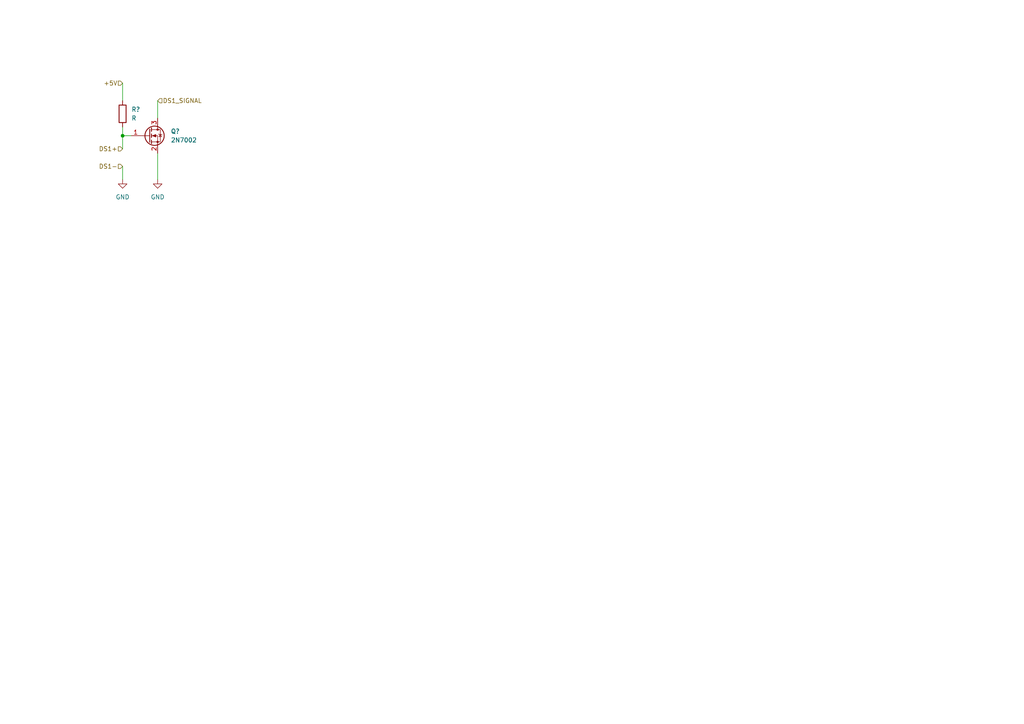
<source format=kicad_sch>
(kicad_sch (version 20211123) (generator eeschema)
  (paper "A4")
  (lib_symbols
    (symbol "Device:R" (pin_numbers hide) (pin_names (offset 0))
      (property "Reference" "R" (at 2.032 0 90))
      (property "Value" "R" (at 0 0 90))
      (symbol "R_0_1"
        (rectangle (start -1.016 -2.54) (end 1.016 2.54) (stroke (width 0.254)))
      )
      (symbol "R_1_1"
        (pin passive line (at 0 3.81 270) (length 1.27) (name "~") (number "1"))
        (pin passive line (at 0 -3.81 90) (length 1.27) (name "~") (number "2"))
      )
    )
    (symbol "Transistor_FET:2N7002" (pin_names hide)
      (property "Reference" "Q" (at 5.08 1.905 0))
      (property "Value" "2N7002" (at 5.08 0 0))
      (symbol "2N7002_0_1"
        (polyline (pts (xy 0.254 0) (xy -2.54 0)))
        (polyline (pts (xy 0.254 1.905) (xy 0.254 -1.905)) (stroke (width 0.254)))
        (polyline (pts (xy 0.762 -1.27) (xy 0.762 -2.286)) (stroke (width 0.254)))
        (polyline (pts (xy 0.762 0.508) (xy 0.762 -0.508)) (stroke (width 0.254)))
        (polyline (pts (xy 0.762 2.286) (xy 0.762 1.27)) (stroke (width 0.254)))
        (polyline (pts (xy 2.54 2.54) (xy 2.54 1.778)))
        (polyline (pts (xy 2.54 -2.54) (xy 2.54 0) (xy 0.762 0)))
        (polyline (pts (xy 0.762 -1.778) (xy 3.302 -1.778) (xy 3.302 1.778) (xy 0.762 1.778)))
        (polyline (pts (xy 1.016 0) (xy 2.032 0.381) (xy 2.032 -0.381) (xy 1.016 0)) (fill (type outline)))
        (polyline (pts (xy 2.794 0.508) (xy 2.921 0.381) (xy 3.683 0.381) (xy 3.81 0.254)))
        (polyline (pts (xy 3.302 0.381) (xy 2.921 -0.254) (xy 3.683 -0.254) (xy 3.302 0.381)))
        (circle (center 1.651 0) (radius 2.794) (stroke (width 0.254)))
        (circle (center 2.54 -1.778) (radius 0.254) (fill (type outline)))
        (circle (center 2.54 1.778) (radius 0.254) (fill (type outline)))
      )
      (symbol "2N7002_1_1"
        (pin input line (at -5.08 0 0) (length 2.54) (name "G") (number "1"))
        (pin passive line (at 2.54 -5.08 90) (length 2.54) (name "S") (number "2"))
        (pin passive line (at 2.54 5.08 270) (length 2.54) (name "D") (number "3"))
      )
    )
    (symbol "power:GND" (power) (pin_names (offset 0))
      (property "Value" "GND" (at 0 -3.81 0))
      (symbol "GND_0_1"
        (polyline (pts (xy 0 0) (xy 0 -1.27) (xy 1.27 -1.27) (xy 0 -2.54) (xy -1.27 -1.27) (xy 0 -1.27)))
      )
      (symbol "GND_1_1"
        (pin power_in line (at 0 0 270) (length 0) hide (name "GND") (number "1"))
      )
    )
  )
  (junction (at 35.56 39.37))
  (wire (pts (xy 35.56 39.37) (xy 35.56 43.18)))
  (wire (pts (xy 45.72 44.45) (xy 45.72 52.07)))
  (wire (pts (xy 35.56 36.83) (xy 35.56 39.37)))
  (wire (pts (xy 35.56 24.13) (xy 35.56 29.21)))
  (wire (pts (xy 35.56 39.37) (xy 38.1 39.37)))
  (wire (pts (xy 35.56 48.26) (xy 35.56 52.07)))
  (wire (pts (xy 45.72 29.21) (xy 45.72 34.29)))
  (hierarchical_label "+5V" (shape input) (at 35.56 24.13 180))
  (hierarchical_label "DS1_SIGNAL" (shape input) (at 45.72 29.21 0))
  (hierarchical_label "DS1+" (shape input) (at 35.56 43.18 180))
  (hierarchical_label "DS1-" (shape input) (at 35.56 48.26 180))
  (symbol (lib_id "power:GND") (at 45.72 52.07 0) (unit 1)
    (property "Reference" "#PWR?" (effects hide))
    (property "Value" "GND" (at 45.72 57.15 0))
  )
  (symbol (lib_id "power:GND") (at 35.56 52.07 0) (unit 1)
    (property "Reference" "#PWR?" (effects hide))
    (property "Value" "GND" (at 35.56 57.15 0))
  )
  (symbol (lib_id "Device:R") (at 35.56 33.02 0) (unit 1)
    (property "Reference" "R?" (at 38.1 31.7499 0) (effects (justify left)))
    (property "Value" "R" (at 38.1 34.2899 0) (effects (justify left)))
  )
  (symbol (lib_id "Transistor_FET:2N7002") (at 43.18 39.37 0) (unit 1)
    (property "Reference" "Q?" (at 49.53 38.0999 0) (effects (justify left)))
    (property "Value" "2N7002" (at 49.53 40.6399 0) (effects (justify left)))
    (property "Footprint" "Package_TO_SOT_SMD:SOT-23" (effects hide))
    (property "Datasheet" "https://www.onsemi.com/pub/Collateral/NDS7002A-D.PDF" (effects hide))
  )
)
</source>
